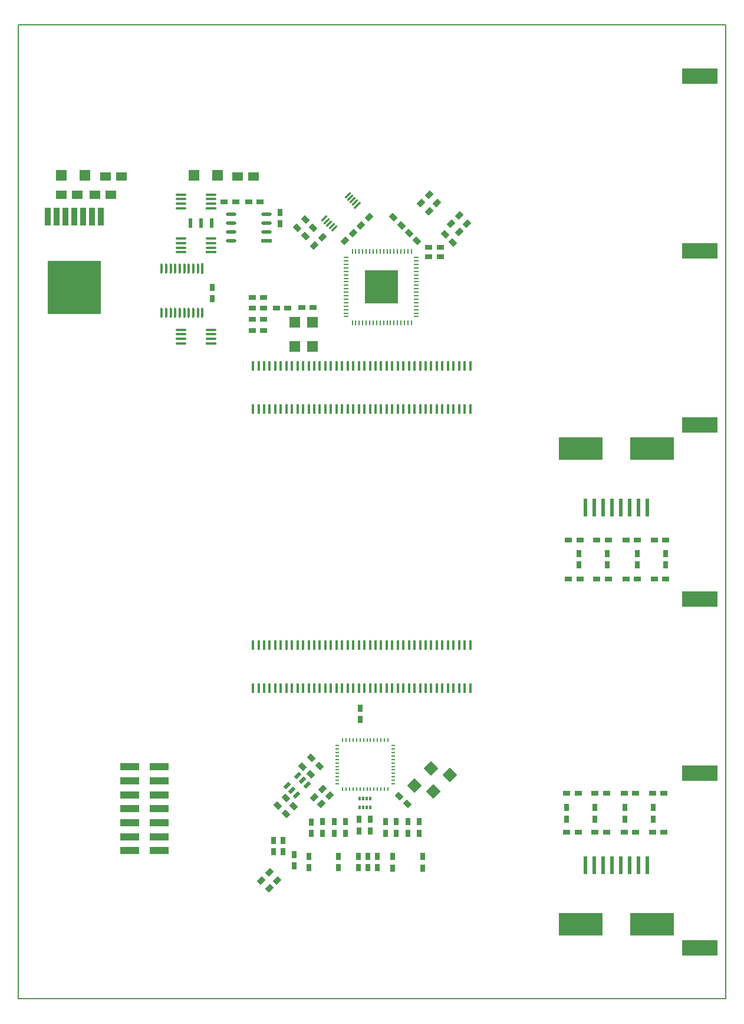
<source format=gtp>
%FSLAX25Y25*%
%MOIN*%
G70*
G01*
G75*
G04 Layer_Color=8421504*
%ADD10C,0.01000*%
%ADD11C,0.01100*%
%ADD12C,0.00900*%
%ADD13C,0.01500*%
%ADD14C,0.01600*%
%ADD15C,0.01063*%
%ADD16C,0.01400*%
%ADD17R,0.03500X0.10000*%
%ADD18R,0.30000X0.30000*%
%ADD19R,0.10827X0.03937*%
%ADD20R,0.02000X0.05200*%
G04:AMPARAMS|DCode=21|XSize=47.24mil|YSize=11.81mil|CornerRadius=0mil|HoleSize=0mil|Usage=FLASHONLY|Rotation=225.000|XOffset=0mil|YOffset=0mil|HoleType=Round|Shape=Round|*
%AMOVALD21*
21,1,0.03543,0.01181,0.00000,0.00000,225.0*
1,1,0.01181,0.01253,0.01253*
1,1,0.01181,-0.01253,-0.01253*
%
%ADD21OVALD21*%

G04:AMPARAMS|DCode=22|XSize=47.24mil|YSize=11.81mil|CornerRadius=0mil|HoleSize=0mil|Usage=FLASHONLY|Rotation=225.000|XOffset=0mil|YOffset=0mil|HoleType=Round|Shape=Rectangle|*
%AMROTATEDRECTD22*
4,1,4,0.01253,0.02088,0.02088,0.01253,-0.01253,-0.02088,-0.02088,-0.01253,0.01253,0.02088,0.0*
%
%ADD22ROTATEDRECTD22*%

G04:AMPARAMS|DCode=23|XSize=39.37mil|YSize=19.69mil|CornerRadius=0mil|HoleSize=0mil|Usage=FLASHONLY|Rotation=45.000|XOffset=0mil|YOffset=0mil|HoleType=Round|Shape=Rectangle|*
%AMROTATEDRECTD23*
4,1,4,-0.00696,-0.02088,-0.02088,-0.00696,0.00696,0.02088,0.02088,0.00696,-0.00696,-0.02088,0.0*
%
%ADD23ROTATEDRECTD23*%

%ADD24R,0.02000X0.01000*%
%ADD25R,0.01000X0.02000*%
%ADD26R,0.01063X0.03150*%
%ADD27R,0.03150X0.01063*%
%ADD28R,0.01181X0.02362*%
%ADD29R,0.06000X0.05000*%
%ADD30R,0.06000X0.02000*%
%ADD31O,0.06000X0.02000*%
%ADD32O,0.06000X0.01500*%
%ADD33R,0.06000X0.01500*%
%ADD34R,0.01200X0.06000*%
%ADD35O,0.01200X0.06000*%
%ADD36R,0.01800X0.05700*%
%ADD37R,0.06000X0.06000*%
%ADD38R,0.20000X0.09000*%
%ADD39R,0.24500X0.13000*%
%ADD40R,0.02200X0.10000*%
%ADD41R,0.03000X0.04000*%
%ADD42R,0.04000X0.03000*%
%ADD43R,0.06000X0.06000*%
G04:AMPARAMS|DCode=44|XSize=40mil|YSize=30mil|CornerRadius=0mil|HoleSize=0mil|Usage=FLASHONLY|Rotation=45.000|XOffset=0mil|YOffset=0mil|HoleType=Round|Shape=Rectangle|*
%AMROTATEDRECTD44*
4,1,4,-0.00354,-0.02475,-0.02475,-0.00354,0.00354,0.02475,0.02475,0.00354,-0.00354,-0.02475,0.0*
%
%ADD44ROTATEDRECTD44*%

%ADD45P,0.08485X4X90.0*%
G04:AMPARAMS|DCode=46|XSize=40mil|YSize=30mil|CornerRadius=0mil|HoleSize=0mil|Usage=FLASHONLY|Rotation=135.000|XOffset=0mil|YOffset=0mil|HoleType=Round|Shape=Rectangle|*
%AMROTATEDRECTD46*
4,1,4,0.02475,-0.00354,0.00354,-0.02475,-0.02475,0.00354,-0.00354,0.02475,0.02475,-0.00354,0.0*
%
%ADD46ROTATEDRECTD46*%

%ADD47R,0.18504X0.18504*%
%ADD48C,0.00800*%
%ADD49C,0.00600*%
%ADD50C,0.02800*%
%ADD51C,0.02000*%
%ADD52C,0.01200*%
%ADD53C,0.00700*%
%ADD54R,0.22500X0.25500*%
%ADD55R,0.55000X0.49000*%
%ADD56R,0.14500X0.19000*%
%ADD57R,0.28500X0.08000*%
%ADD58R,0.13500X0.07500*%
%ADD59C,0.08000*%
%ADD60R,0.10000X0.10000*%
%ADD61C,0.04000*%
%ADD62C,0.05800*%
%ADD63R,0.05800X0.05800*%
G04:AMPARAMS|DCode=64|XSize=212.99mil|YSize=253.94mil|CornerRadius=10.65mil|HoleSize=0mil|Usage=FLASHONLY|Rotation=90.000|XOffset=0mil|YOffset=0mil|HoleType=Round|Shape=RoundedRectangle|*
%AMROUNDEDRECTD64*
21,1,0.21299,0.23264,0,0,90.0*
21,1,0.19169,0.25394,0,0,90.0*
1,1,0.02130,0.11632,0.09585*
1,1,0.02130,0.11632,-0.09585*
1,1,0.02130,-0.11632,-0.09585*
1,1,0.02130,-0.11632,0.09585*
%
%ADD64ROUNDEDRECTD64*%
%ADD65C,0.02000*%
%ADD66C,0.10600*%
%ADD67C,0.12000*%
%ADD68C,0.12500*%
%ADD69C,0.02800*%
%ADD70C,0.03800*%
%ADD71C,0.03500*%
%ADD72C,0.02600*%
%ADD73C,0.04000*%
%ADD74C,0.03300*%
%ADD75C,0.00400*%
G04:AMPARAMS|DCode=76|XSize=235mil|YSize=140mil|CornerRadius=0mil|HoleSize=0mil|Usage=FLASHONLY|Rotation=135.000|XOffset=0mil|YOffset=0mil|HoleType=Round|Shape=Rectangle|*
%AMROTATEDRECTD76*
4,1,4,0.13258,-0.03359,0.03359,-0.13258,-0.13258,0.03359,-0.03359,0.13258,0.13258,-0.03359,0.0*
%
%ADD76ROTATEDRECTD76*%

G04:AMPARAMS|DCode=77|XSize=89.4mil|YSize=59.42mil|CornerRadius=0mil|HoleSize=0mil|Usage=FLASHONLY|Rotation=135.000|XOffset=0mil|YOffset=0mil|HoleType=Round|Shape=Rectangle|*
%AMROTATEDRECTD77*
4,1,4,0.05262,-0.01060,0.01060,-0.05262,-0.05262,0.01060,-0.01060,0.05262,0.05262,-0.01060,0.0*
%
%ADD77ROTATEDRECTD77*%

G04:AMPARAMS|DCode=78|XSize=188.32mil|YSize=137.38mil|CornerRadius=0mil|HoleSize=0mil|Usage=FLASHONLY|Rotation=45.000|XOffset=0mil|YOffset=0mil|HoleType=Round|Shape=Rectangle|*
%AMROTATEDRECTD78*
4,1,4,-0.01801,-0.11515,-0.11515,-0.01801,0.01801,0.11515,0.11515,0.01801,-0.01801,-0.11515,0.0*
%
%ADD78ROTATEDRECTD78*%

%ADD79R,0.05000X0.09500*%
%ADD80R,0.12000X0.14000*%
%ADD81R,0.12000X0.14500*%
%ADD82R,0.23500X0.14000*%
%ADD83R,0.12199X0.01800*%
%ADD84C,0.07600*%
%ADD85C,0.06400*%
%ADD86C,0.06600*%
%ADD87C,0.13000*%
%ADD88C,0.06200*%
%ADD89C,0.14400*%
%ADD90C,0.14900*%
%ADD91C,0.03600*%
%ADD92C,0.03900*%
%ADD93C,0.09400*%
%ADD94C,0.06800*%
%ADD95C,0.00900*%
%ADD96C,0.01200*%
%ADD97R,0.10000X0.15400*%
%ADD98R,0.10000X0.06000*%
%ADD99R,0.08100X0.08100*%
G04:AMPARAMS|DCode=100|XSize=47.24mil|YSize=11.81mil|CornerRadius=0mil|HoleSize=0mil|Usage=FLASHONLY|Rotation=315.000|XOffset=0mil|YOffset=0mil|HoleType=Round|Shape=Round|*
%AMOVALD100*
21,1,0.03543,0.01181,0.00000,0.00000,315.0*
1,1,0.01181,-0.01253,0.01253*
1,1,0.01181,0.01253,-0.01253*
%
%ADD100OVALD100*%

G04:AMPARAMS|DCode=101|XSize=47.24mil|YSize=11.81mil|CornerRadius=0mil|HoleSize=0mil|Usage=FLASHONLY|Rotation=315.000|XOffset=0mil|YOffset=0mil|HoleType=Round|Shape=Rectangle|*
%AMROTATEDRECTD101*
4,1,4,-0.02088,0.01253,-0.01253,0.02088,0.02088,-0.01253,0.01253,-0.02088,-0.02088,0.01253,0.0*
%
%ADD101ROTATEDRECTD101*%

%ADD102O,0.04724X0.01181*%
%ADD103R,0.04724X0.01181*%
%ADD104R,0.05000X0.06000*%
%ADD105C,0.03000*%
%ADD106R,0.15500X0.08500*%
%ADD107R,0.22500X0.17000*%
%ADD108R,0.12000X0.19000*%
%ADD109C,0.01181*%
%ADD110R,0.75000X0.15100*%
D17*
X46451Y441710D02*
D03*
X41451D02*
D03*
X36451D02*
D03*
X31451D02*
D03*
X26451D02*
D03*
X21451D02*
D03*
X16451D02*
D03*
D18*
X31451Y401710D02*
D03*
D19*
X63000Y131000D02*
D03*
Y91630D02*
D03*
X79732D02*
D03*
X63000Y83756D02*
D03*
X79732D02*
D03*
X63000Y107378D02*
D03*
X79732D02*
D03*
X63000Y99504D02*
D03*
X79732D02*
D03*
Y131000D02*
D03*
X63000Y123126D02*
D03*
X79732D02*
D03*
X63000Y115252D02*
D03*
X79732D02*
D03*
D20*
X109358Y438168D02*
D03*
X103258D02*
D03*
X97158D02*
D03*
D21*
X186110Y453890D02*
D03*
X172887Y440667D02*
D03*
X174301Y439253D02*
D03*
X178477Y435077D02*
D03*
X175693Y437861D02*
D03*
X188916Y451084D02*
D03*
X190308Y449692D02*
D03*
X187524Y452476D02*
D03*
X177085Y436469D02*
D03*
D22*
X191700Y448300D02*
D03*
D23*
X152000Y120400D02*
D03*
X154645Y117755D02*
D03*
X157289Y115111D02*
D03*
X157851Y126251D02*
D03*
X160495Y123606D02*
D03*
X163140Y120961D02*
D03*
D24*
X211950Y121459D02*
D03*
Y123428D02*
D03*
Y125396D02*
D03*
Y127365D02*
D03*
Y129333D02*
D03*
Y131302D02*
D03*
Y133270D02*
D03*
Y135239D02*
D03*
Y137207D02*
D03*
Y139176D02*
D03*
Y141144D02*
D03*
Y143113D02*
D03*
X180241D02*
D03*
Y141144D02*
D03*
Y139176D02*
D03*
Y137207D02*
D03*
Y135239D02*
D03*
Y133270D02*
D03*
Y131302D02*
D03*
Y129333D02*
D03*
Y127365D02*
D03*
Y125396D02*
D03*
Y123428D02*
D03*
Y121459D02*
D03*
D25*
X183300Y118400D02*
D03*
X185268D02*
D03*
X187237D02*
D03*
X189206D02*
D03*
X191174D02*
D03*
X193142D02*
D03*
X195111D02*
D03*
X197080D02*
D03*
X199048D02*
D03*
X201016D02*
D03*
X202985D02*
D03*
X204954D02*
D03*
X206922D02*
D03*
X208891D02*
D03*
Y146172D02*
D03*
X206922D02*
D03*
X204954D02*
D03*
X202985D02*
D03*
X201016D02*
D03*
X199048D02*
D03*
X197080D02*
D03*
X195111D02*
D03*
X193142D02*
D03*
X191174D02*
D03*
X189206D02*
D03*
X187237D02*
D03*
X185268D02*
D03*
X183300D02*
D03*
D26*
X200565Y422154D02*
D03*
X198597D02*
D03*
X196628D02*
D03*
X202534D02*
D03*
X188754D02*
D03*
X190723D02*
D03*
X192691D02*
D03*
X194660D02*
D03*
X216313Y381981D02*
D03*
X218282D02*
D03*
X222219D02*
D03*
X220250D02*
D03*
X210408Y422154D02*
D03*
X208439D02*
D03*
X206471D02*
D03*
X204502D02*
D03*
X188754Y381981D02*
D03*
X190723D02*
D03*
X210408D02*
D03*
X212376D02*
D03*
X214345D02*
D03*
X196628D02*
D03*
X194660D02*
D03*
X192691D02*
D03*
X202534D02*
D03*
X200565D02*
D03*
X198597D02*
D03*
X208439D02*
D03*
X206471D02*
D03*
X204502D02*
D03*
X218282Y422154D02*
D03*
X220250D02*
D03*
X222219D02*
D03*
X212376D02*
D03*
X214345D02*
D03*
X216313D02*
D03*
D27*
X185400Y387304D02*
D03*
Y385336D02*
D03*
X225073Y408958D02*
D03*
Y410926D02*
D03*
Y412894D02*
D03*
Y414863D02*
D03*
Y389273D02*
D03*
Y391241D02*
D03*
Y393210D02*
D03*
Y401084D02*
D03*
Y403052D02*
D03*
Y405021D02*
D03*
Y406989D02*
D03*
X185400Y418800D02*
D03*
Y416832D02*
D03*
Y414863D02*
D03*
Y412895D02*
D03*
Y405021D02*
D03*
Y403052D02*
D03*
Y401084D02*
D03*
Y389273D02*
D03*
Y408958D02*
D03*
Y410926D02*
D03*
Y406989D02*
D03*
Y397147D02*
D03*
Y399115D02*
D03*
Y393210D02*
D03*
Y395178D02*
D03*
Y391241D02*
D03*
X225073Y387304D02*
D03*
Y385336D02*
D03*
Y399115D02*
D03*
Y397147D02*
D03*
Y395178D02*
D03*
Y418800D02*
D03*
Y416831D02*
D03*
D28*
X198905Y108100D02*
D03*
X196937D02*
D03*
X194968D02*
D03*
X193000D02*
D03*
Y113218D02*
D03*
X194968D02*
D03*
X196937D02*
D03*
X198905D02*
D03*
D29*
X52400Y454100D02*
D03*
X43400D02*
D03*
X33200D02*
D03*
X24200D02*
D03*
X58100Y464500D02*
D03*
X49100D02*
D03*
X133000D02*
D03*
X124000D02*
D03*
D30*
X140200Y428200D02*
D03*
D31*
Y433200D02*
D03*
Y438200D02*
D03*
Y443200D02*
D03*
X120200Y428200D02*
D03*
Y433200D02*
D03*
Y438200D02*
D03*
Y443200D02*
D03*
D32*
X91805Y454230D02*
D03*
X108805D02*
D03*
X91805Y451670D02*
D03*
Y449110D02*
D03*
Y446550D02*
D03*
X108805Y451670D02*
D03*
Y449110D02*
D03*
X91805Y429374D02*
D03*
X108805D02*
D03*
X91805Y426814D02*
D03*
Y424254D02*
D03*
Y421694D02*
D03*
X108805Y426814D02*
D03*
Y424254D02*
D03*
X91805Y377909D02*
D03*
X108805D02*
D03*
X91805Y375349D02*
D03*
Y372789D02*
D03*
Y370229D02*
D03*
X108805Y375349D02*
D03*
Y372789D02*
D03*
D33*
Y446550D02*
D03*
Y421694D02*
D03*
Y370229D02*
D03*
D34*
X103998Y412569D02*
D03*
D35*
X101439D02*
D03*
X98880D02*
D03*
X96320D02*
D03*
X93761D02*
D03*
X91202D02*
D03*
X88643D02*
D03*
X86084D02*
D03*
X83525D02*
D03*
X80966D02*
D03*
X103998Y387372D02*
D03*
X101439D02*
D03*
X98880D02*
D03*
X96320D02*
D03*
X93761D02*
D03*
X91202D02*
D03*
X88643D02*
D03*
X86084D02*
D03*
X83525D02*
D03*
X80966D02*
D03*
D36*
X132600Y357400D02*
D03*
Y333100D02*
D03*
X135750Y357400D02*
D03*
Y333100D02*
D03*
X138900Y357400D02*
D03*
Y333100D02*
D03*
X142050Y357400D02*
D03*
Y333100D02*
D03*
X145200Y357400D02*
D03*
Y333100D02*
D03*
X148350Y357400D02*
D03*
Y333100D02*
D03*
X151500Y357400D02*
D03*
Y333100D02*
D03*
X154650Y357400D02*
D03*
Y333100D02*
D03*
X157800Y357400D02*
D03*
Y333100D02*
D03*
X160950Y357400D02*
D03*
Y333100D02*
D03*
X164100Y357400D02*
D03*
Y333100D02*
D03*
X167250Y357400D02*
D03*
Y333100D02*
D03*
X170400Y357400D02*
D03*
Y333100D02*
D03*
X173550Y357400D02*
D03*
Y333100D02*
D03*
X176700Y357400D02*
D03*
Y333100D02*
D03*
X179850Y357400D02*
D03*
Y333100D02*
D03*
X183000Y357400D02*
D03*
Y333100D02*
D03*
X186150Y357400D02*
D03*
Y333100D02*
D03*
X189300Y357400D02*
D03*
Y333100D02*
D03*
X192450Y357400D02*
D03*
Y333100D02*
D03*
X195600Y357400D02*
D03*
Y333100D02*
D03*
X198750Y357400D02*
D03*
Y333100D02*
D03*
X201900Y357400D02*
D03*
Y333100D02*
D03*
X205050Y357400D02*
D03*
Y333100D02*
D03*
X208200Y357400D02*
D03*
Y333100D02*
D03*
X211350Y357400D02*
D03*
Y333100D02*
D03*
X214500Y357400D02*
D03*
Y333100D02*
D03*
X217650Y357400D02*
D03*
Y333100D02*
D03*
X220800Y357400D02*
D03*
Y333100D02*
D03*
X223950Y357400D02*
D03*
Y333100D02*
D03*
X227100Y357400D02*
D03*
Y333100D02*
D03*
X230250Y357400D02*
D03*
Y333100D02*
D03*
X233400Y357400D02*
D03*
Y333100D02*
D03*
X236550Y357400D02*
D03*
Y333100D02*
D03*
X239700Y357400D02*
D03*
Y333100D02*
D03*
X242850Y357400D02*
D03*
Y333100D02*
D03*
X246000Y357400D02*
D03*
Y333100D02*
D03*
X249150Y357400D02*
D03*
Y333100D02*
D03*
X252300Y357400D02*
D03*
Y333100D02*
D03*
X255450Y357400D02*
D03*
Y333100D02*
D03*
X132600Y199900D02*
D03*
Y175600D02*
D03*
X135750Y199900D02*
D03*
Y175600D02*
D03*
X138900Y199900D02*
D03*
Y175600D02*
D03*
X142050Y199900D02*
D03*
Y175600D02*
D03*
X145200Y199900D02*
D03*
Y175600D02*
D03*
X148350Y199900D02*
D03*
Y175600D02*
D03*
X151500Y199900D02*
D03*
Y175600D02*
D03*
X154650Y199900D02*
D03*
Y175600D02*
D03*
X157800Y199900D02*
D03*
Y175600D02*
D03*
X160950Y199900D02*
D03*
Y175600D02*
D03*
X164100Y199900D02*
D03*
Y175600D02*
D03*
X167250Y199900D02*
D03*
Y175600D02*
D03*
X170400Y199900D02*
D03*
Y175600D02*
D03*
X173550Y199900D02*
D03*
Y175600D02*
D03*
X176700Y199900D02*
D03*
Y175600D02*
D03*
X179850Y199900D02*
D03*
Y175600D02*
D03*
X183000Y199900D02*
D03*
Y175600D02*
D03*
X186150Y199900D02*
D03*
Y175600D02*
D03*
X189300Y199900D02*
D03*
Y175600D02*
D03*
X192450Y199900D02*
D03*
Y175600D02*
D03*
X195600Y199900D02*
D03*
Y175600D02*
D03*
X198750Y199900D02*
D03*
Y175600D02*
D03*
X201900Y199900D02*
D03*
Y175600D02*
D03*
X205050Y199900D02*
D03*
Y175600D02*
D03*
X208200Y199900D02*
D03*
Y175600D02*
D03*
X211350Y199900D02*
D03*
Y175600D02*
D03*
X214500Y199900D02*
D03*
Y175600D02*
D03*
X217650Y199900D02*
D03*
Y175600D02*
D03*
X220800Y199900D02*
D03*
Y175600D02*
D03*
X223950Y199900D02*
D03*
Y175600D02*
D03*
X227100Y199900D02*
D03*
Y175600D02*
D03*
X230250Y199900D02*
D03*
Y175600D02*
D03*
X233400Y199900D02*
D03*
Y175600D02*
D03*
X236550Y199900D02*
D03*
Y175600D02*
D03*
X239700Y199900D02*
D03*
Y175600D02*
D03*
X242850Y199900D02*
D03*
Y175600D02*
D03*
X246000Y199900D02*
D03*
Y175600D02*
D03*
X249150Y199900D02*
D03*
Y175600D02*
D03*
X252300Y199900D02*
D03*
Y175600D02*
D03*
X255450Y199900D02*
D03*
Y175600D02*
D03*
D37*
X24100Y465000D02*
D03*
X37600D02*
D03*
X99100D02*
D03*
X112600D02*
D03*
D38*
X385200Y521100D02*
D03*
Y422600D02*
D03*
Y324200D02*
D03*
Y225800D02*
D03*
Y127400D02*
D03*
Y28900D02*
D03*
D39*
X358250Y310900D02*
D03*
X317750D02*
D03*
X358250Y42100D02*
D03*
X317750D02*
D03*
D40*
X355500Y277600D02*
D03*
X350500D02*
D03*
X345500D02*
D03*
X340500D02*
D03*
X320500D02*
D03*
X325500D02*
D03*
X330500D02*
D03*
X335500D02*
D03*
X340500Y75400D02*
D03*
X345500D02*
D03*
X350500D02*
D03*
X355500D02*
D03*
X335500D02*
D03*
X330500D02*
D03*
X325500D02*
D03*
X320500D02*
D03*
D41*
X366000Y245000D02*
D03*
Y251500D02*
D03*
X317000Y245000D02*
D03*
Y251500D02*
D03*
X333000Y245000D02*
D03*
Y251500D02*
D03*
X350000Y245000D02*
D03*
Y251500D02*
D03*
X359000Y108000D02*
D03*
Y101500D02*
D03*
X343000Y108000D02*
D03*
Y101500D02*
D03*
X326000Y108000D02*
D03*
Y101500D02*
D03*
X310000Y108000D02*
D03*
Y101500D02*
D03*
X180849Y74049D02*
D03*
Y80549D02*
D03*
X164149Y74049D02*
D03*
Y80549D02*
D03*
X228549Y73990D02*
D03*
Y80490D02*
D03*
X211549Y73990D02*
D03*
Y80490D02*
D03*
X149590Y89551D02*
D03*
Y83051D02*
D03*
X144290Y89551D02*
D03*
Y83051D02*
D03*
X192210Y74049D02*
D03*
Y80549D02*
D03*
X197510Y74049D02*
D03*
Y80549D02*
D03*
X178600Y93500D02*
D03*
Y100000D02*
D03*
X165700Y99900D02*
D03*
Y93400D02*
D03*
X172000Y93500D02*
D03*
Y100000D02*
D03*
X192700Y101400D02*
D03*
Y94900D02*
D03*
X199000Y101400D02*
D03*
Y94900D02*
D03*
X220300Y93500D02*
D03*
Y100000D02*
D03*
X226700Y93500D02*
D03*
Y100000D02*
D03*
X207500D02*
D03*
Y93500D02*
D03*
X213600D02*
D03*
Y100000D02*
D03*
X184900Y93500D02*
D03*
Y100000D02*
D03*
X147800Y437800D02*
D03*
Y444300D02*
D03*
X193300Y157700D02*
D03*
Y164200D02*
D03*
X202927Y74007D02*
D03*
Y80507D02*
D03*
X156054Y75056D02*
D03*
Y81556D02*
D03*
X109612Y401955D02*
D03*
Y395455D02*
D03*
D42*
X311000Y237000D02*
D03*
X317500D02*
D03*
X327000D02*
D03*
X333500D02*
D03*
X350000D02*
D03*
X343500D02*
D03*
X366000D02*
D03*
X359500D02*
D03*
X311000Y259000D02*
D03*
X317500D02*
D03*
X327000D02*
D03*
X333500D02*
D03*
X350000D02*
D03*
X343500D02*
D03*
X366000D02*
D03*
X359500D02*
D03*
X365000Y116000D02*
D03*
X358500D02*
D03*
X349000D02*
D03*
X342500D02*
D03*
X326000D02*
D03*
X332500D02*
D03*
X310000D02*
D03*
X316500D02*
D03*
X365000Y94000D02*
D03*
X358500D02*
D03*
X349000D02*
D03*
X342500D02*
D03*
X326000D02*
D03*
X332500D02*
D03*
X310000D02*
D03*
X316500D02*
D03*
X238500Y424400D02*
D03*
X232000D02*
D03*
X116302Y450031D02*
D03*
X122802D02*
D03*
X232000Y419000D02*
D03*
X238500D02*
D03*
X166600Y390500D02*
D03*
X160100D02*
D03*
X145800Y390300D02*
D03*
X152300D02*
D03*
X138700Y390100D02*
D03*
X132200D02*
D03*
Y396200D02*
D03*
X138700D02*
D03*
X132200Y383800D02*
D03*
X138700D02*
D03*
X132200Y377600D02*
D03*
X138700D02*
D03*
X130100Y450031D02*
D03*
X136600D02*
D03*
D43*
X166100Y382100D02*
D03*
Y368600D02*
D03*
X156300Y382100D02*
D03*
Y368600D02*
D03*
D44*
X167349Y113990D02*
D03*
X171945Y118586D02*
D03*
X137249Y66790D02*
D03*
X141845Y71386D02*
D03*
X141749Y62390D02*
D03*
X146345Y66986D02*
D03*
X175800Y114800D02*
D03*
X171204Y110204D02*
D03*
X249296Y442396D02*
D03*
X244700Y437800D02*
D03*
X184704Y428004D02*
D03*
X189300Y432600D02*
D03*
X193604Y436904D02*
D03*
X198200Y441500D02*
D03*
X171996Y430096D02*
D03*
X167400Y425500D02*
D03*
X249104Y433204D02*
D03*
X253700Y437800D02*
D03*
X227504Y449604D02*
D03*
X232100Y454200D02*
D03*
X232104Y444904D02*
D03*
X236700Y449500D02*
D03*
D45*
X244046Y126646D02*
D03*
X234500Y117100D02*
D03*
X233346Y130146D02*
D03*
X223800Y120600D02*
D03*
D46*
X241104Y431796D02*
D03*
X245700Y427200D02*
D03*
X215200Y114600D02*
D03*
X219796Y110004D02*
D03*
X225396Y428004D02*
D03*
X220800Y432600D02*
D03*
X216496Y436904D02*
D03*
X211900Y441500D02*
D03*
X162104Y439996D02*
D03*
X166700Y435400D02*
D03*
X162296Y430804D02*
D03*
X157700Y435400D02*
D03*
X165504Y135996D02*
D03*
X170100Y131400D02*
D03*
X160704Y131296D02*
D03*
X165300Y126700D02*
D03*
X155723Y108911D02*
D03*
X151127Y113507D02*
D03*
X146677Y109089D02*
D03*
X151273Y104493D02*
D03*
D47*
X205300Y402181D02*
D03*
D48*
X400000Y-0D02*
Y550000D01*
X119300D02*
X400000D01*
X0Y168100D02*
Y364950D01*
X75300Y-0D02*
X400000D01*
X0D02*
Y168100D01*
Y-0D02*
X75300D01*
X0Y550000D02*
X119300D01*
X0Y364950D02*
Y550000D01*
M02*

</source>
